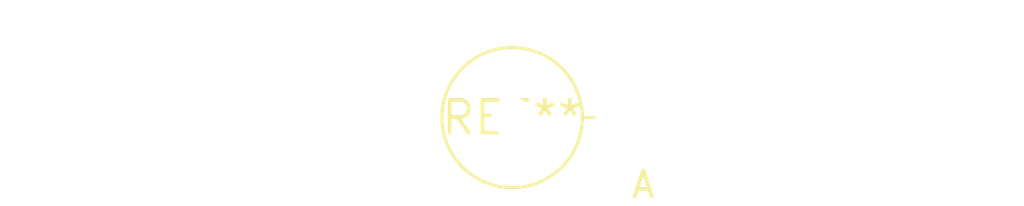
<source format=kicad_pcb>
(kicad_pcb (version 20240108) (generator pcbnew)
  (layers (0 "F.Cu" signal) (31 "B.Cu" signal) (34 "B.Paste" user) (35 "F.Paste" user) (36 "B.SilkS" user "B.Silkscreen") (37 "F.SilkS" user "F.Silkscreen") (38 "B.Mask" user) (39 "F.Mask" user) (44 "Edge.Cuts" user))
  (net 0 "")
  (footprint "D_DO-201AD_P5.08mm_Vertical_AnodeUp" (layer "F.Cu") (at 0 0)
    (property "Reference" "REF**")
    (property "Value" "D_DO-201AD_P5.08mm_Vertical_AnodeUp")
    (fp_line (start 2.72 0) (end 3.18 0) (layer "F.SilkS") (stroke (width 0.12)))
    (fp_circle (center 0 0) (end 2.72 0) (layer "F.SilkS") (stroke (width 0.12)) (fill none))
    (fp_text user "A" (at 5.08 2.6 0) (layer "F.SilkS"))
    (pad "1" thru_hole rect (at 0 0) (size 3.2 3.2) (drill 1.6) (layers *.Cu *.Mask) (remove_unused_layers))
    (pad "2" thru_hole oval (at 5.08 0) (size 3.2 3.2) (drill 1.6) (layers *.Cu *.Mask) (remove_unused_layers))
  )
)
</source>
